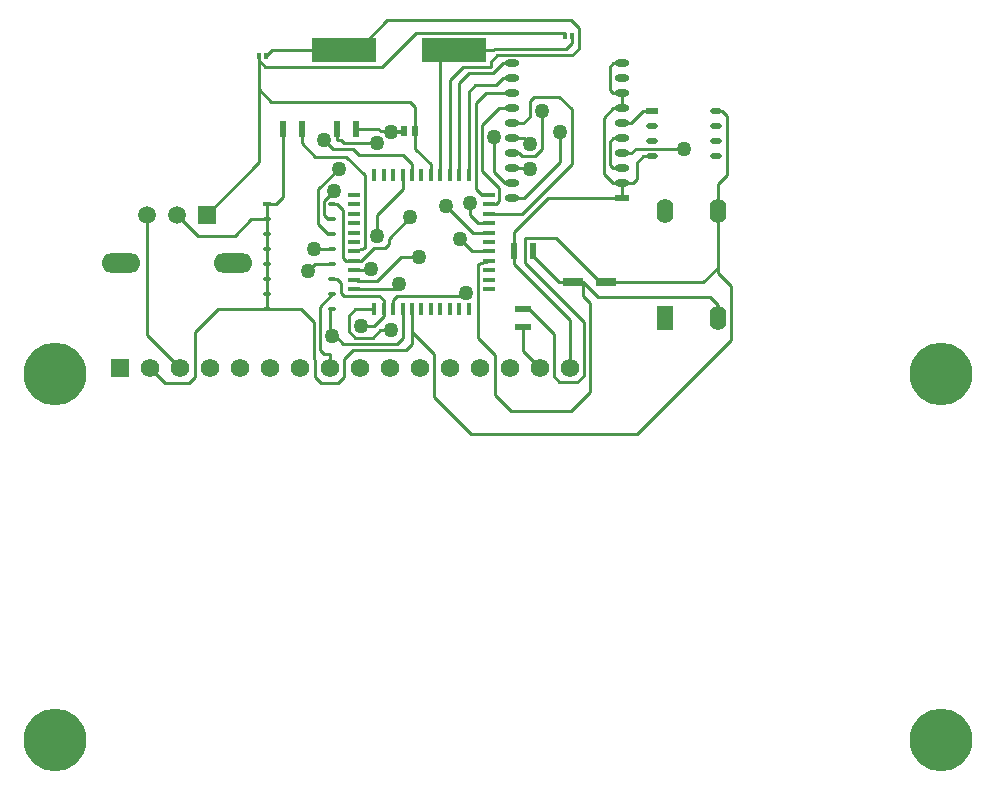
<source format=gtl>
G04*
G04 #@! TF.GenerationSoftware,Altium Limited,Altium Designer,20.2.7 (254)*
G04*
G04 Layer_Physical_Order=1*
G04 Layer_Color=255*
%FSLAX44Y44*%
%MOMM*%
G71*
G04*
G04 #@! TF.SameCoordinates,1E3B47B3-C475-4593-AA8A-A76477CD3576*
G04*
G04*
G04 #@! TF.FilePolarity,Positive*
G04*
G01*
G75*
%ADD13C,0.2540*%
%ADD14O,1.4000X2.1000*%
%ADD15R,1.4000X2.1000*%
%ADD16O,1.2700X0.6000*%
%ADD17R,1.2700X0.6000*%
%ADD18R,0.3500X0.5500*%
%ADD19R,1.0000X0.5000*%
%ADD20O,1.0000X0.5000*%
%ADD21R,0.5500X1.3500*%
%ADD22R,0.6000X0.9500*%
%ADD23O,0.6800X0.4000*%
%ADD24R,0.6800X0.4000*%
%ADD25R,1.8000X0.7000*%
%ADD26R,1.3500X0.5500*%
%ADD27R,1.0000X0.4000*%
%ADD28R,0.4000X1.0000*%
%ADD29R,5.5000X2.1000*%
%ADD53C,5.3000*%
%ADD54C,1.5750*%
%ADD55R,1.5750X1.5750*%
%ADD56C,1.5080*%
%ADD57R,1.5080X1.5080*%
%ADD58O,3.3000X1.6500*%
%ADD59C,1.2700*%
D13*
X1465220Y895858D02*
Y900070D01*
X1206120Y845692D02*
Y864870D01*
Y835534D02*
Y845692D01*
X1209548Y1099058D02*
X1335330D01*
X1076250Y1051508D02*
Y1075892D01*
Y1079500D01*
Y989199D02*
Y1051508D01*
X1350772Y876300D02*
Y887730D01*
X1230120Y978870D02*
Y1084580D01*
X1179068Y1016000D02*
X1198960D01*
X1188720Y1015238D02*
X1198960D01*
X1136396Y847598D02*
Y864870D01*
Y847598D02*
X1148080Y835914D01*
X1158240Y865378D02*
X1174120D01*
X1290810Y958850D02*
X1300988D01*
X1331468Y989330D01*
Y1014984D01*
X1365250Y887730D02*
X1370360D01*
X1327912Y925068D02*
X1365250Y887730D01*
X1301496Y925068D02*
X1327912D01*
X1301496Y904240D02*
Y925068D01*
Y904240D02*
X1351535Y854201D01*
Y808737D02*
Y854201D01*
X1346200Y803402D02*
X1351535Y808737D01*
X1330960Y803402D02*
X1346200D01*
X1326135Y808227D02*
X1330960Y803402D01*
X1326135Y808227D02*
Y843816D01*
X1304951Y865000D02*
X1326135Y843816D01*
X1300480Y865000D02*
X1304951D01*
X1070025Y941070D02*
X1083750D01*
X1055920Y926964D02*
X1070025Y941070D01*
X1025206Y926964D02*
X1055920D01*
X1007110Y945060D02*
X1025206Y926964D01*
X1041908Y864870D02*
X1083750D01*
X1022350Y845312D02*
X1041908Y864870D01*
X1022350Y807720D02*
Y845312D01*
X1017270Y802640D02*
X1022350Y807720D01*
X996950Y802640D02*
X1017270D01*
X984250Y815340D02*
X996950Y802640D01*
X1292730Y903354D02*
Y914400D01*
Y903354D02*
X1339850Y856234D01*
Y815340D02*
Y856234D01*
X1076250Y1051508D02*
X1087120Y1040638D01*
X1204642D01*
X1208960Y1036320D01*
Y1016000D02*
Y1036320D01*
X1342360Y887730D02*
X1350772D01*
Y876300D02*
X1356615Y870457D01*
Y794513D02*
Y870457D01*
X1341120Y779018D02*
X1356615Y794513D01*
X1289812Y779018D02*
X1341120D01*
X1276350Y792480D02*
X1289812Y779018D01*
X1276350Y792480D02*
Y826008D01*
X1262126Y840232D02*
X1276350Y826008D01*
X1262126Y840232D02*
Y903076D01*
X1271120Y905870D01*
X1087830Y1084580D02*
X1148820D01*
X1082750Y1079500D02*
X1087830Y1084580D01*
X982110Y842880D02*
X1009650Y815340D01*
X982110Y842880D02*
Y945060D01*
X1131316Y1008126D02*
X1139190Y1000252D01*
X1156462D01*
X1161288Y995426D01*
X1198880D01*
X1206120Y988186D01*
Y978870D02*
Y988186D01*
X1198120Y966470D02*
Y978870D01*
X1176274Y944624D02*
X1198120Y966470D01*
X1176274Y927354D02*
Y944624D01*
X1136396Y847598D02*
X1138174Y842264D01*
X1190120Y864870D02*
Y872366D01*
X1193800Y876046D01*
X1249172D01*
X1251966Y878840D01*
X1182120Y859620D02*
Y864870D01*
X1173654Y851154D02*
X1182120Y859620D01*
X1162558Y851154D02*
X1173654D01*
X1190752Y881870D02*
X1195088Y886206D01*
X1157120Y881870D02*
X1190752D01*
X1123188Y915670D02*
X1138750D01*
X1197102Y909311D02*
X1212351D01*
X1176283Y888492D02*
X1197102Y909311D01*
X1162412Y888492D02*
X1176283D01*
X1157120Y889870D02*
X1162412Y888492D01*
X1126460Y966440D02*
X1144016Y983996D01*
X1126460Y937037D02*
Y966440D01*
Y937037D02*
X1135126Y928370D01*
X1138750D01*
X1131540Y956534D02*
X1139698Y964692D01*
X1131540Y944880D02*
Y956534D01*
Y944880D02*
X1135350Y941070D01*
X1138750D01*
X1170412Y897870D02*
X1171194Y898652D01*
X1157120Y897870D02*
X1170412D01*
X1186434Y924719D02*
X1204817Y943102D01*
X1186434Y919877D02*
Y924719D01*
X1183640Y917083D02*
X1186434Y919877D01*
X1173717Y917083D02*
X1183640D01*
X1162505Y905870D02*
X1173717Y917083D01*
X1157120Y905870D02*
X1162505D01*
X1112650Y1005840D02*
Y1017270D01*
Y1005840D02*
X1124334Y994156D01*
X1150620D01*
X1166114Y978662D01*
Y916664D02*
Y978662D01*
X1157120Y913870D02*
X1166114Y916664D01*
X1256603Y913870D02*
X1271120D01*
X1246400Y924074D02*
X1256603Y913870D01*
X1305052Y984250D02*
X1305814Y983488D01*
X1290810Y984250D02*
X1305052D01*
X1268476Y1047750D02*
X1290810D01*
X1260348Y1039622D02*
X1268476Y1047750D01*
X1260348Y966696D02*
Y1039622D01*
Y966696D02*
X1265174Y961870D01*
X1271120D01*
X1076250Y1075892D02*
X1082040Y1070102D01*
X1180592D01*
X1209548Y1099058D01*
X1335330Y1096010D02*
Y1099058D01*
X1383810Y971550D02*
X1392936D01*
X1396746Y975360D01*
Y989076D01*
X1402080Y994410D01*
X1409700D01*
X1283131Y1060450D02*
X1290810D01*
X1277411Y1054730D02*
X1283131Y1060450D01*
X1259840Y1054730D02*
X1277411D01*
X1254120Y1049010D02*
X1259840Y1054730D01*
X1254120Y978870D02*
Y1049010D01*
X1257578Y929870D02*
X1271120D01*
X1235202Y952246D02*
X1257578Y929870D01*
X1315974Y1000252D02*
Y1033018D01*
X1310640Y994918D02*
X1315974Y1000252D01*
X1298956Y994918D02*
X1310640D01*
X1296924Y996950D02*
X1298956Y994918D01*
X1290810Y996950D02*
X1296924D01*
X1238120Y978870D02*
Y1058710D01*
X1249680Y1070270D01*
X1272794D01*
Y1074626D01*
X1278128Y1079960D01*
X1341834D01*
X1347470Y1085596D01*
Y1103376D01*
X1341120Y1109726D02*
X1347470Y1103376D01*
X1185164Y1109726D02*
X1341120D01*
X1160018Y1084580D02*
X1185164Y1109726D01*
X1148820Y1084580D02*
X1160018D01*
X1241320D02*
X1275110D01*
X1275570Y1085040D01*
X1336500D01*
X1341830Y1090370D01*
Y1096010D01*
X1118108Y897128D02*
X1123950Y902970D01*
X1138750D01*
X1179068Y847344D02*
X1188720D01*
X1172718Y840994D02*
X1179068Y847344D01*
X1158240Y840994D02*
X1172718D01*
X1152398Y846836D02*
X1158240Y840994D01*
X1152398Y846836D02*
Y859536D01*
X1158240Y865378D01*
X1174120Y864870D02*
Y865378D01*
X1142870Y1008256D02*
Y1017270D01*
Y1008256D02*
X1146107D01*
X1148777Y1005586D01*
X1176274D01*
X1275588Y980973D02*
Y1010666D01*
Y980973D02*
X1285011Y971550D01*
X1290810D01*
X1271120Y945870D02*
X1299438D01*
X1341628Y988060D01*
Y1034288D01*
X1330960Y1044956D02*
X1341628Y1034288D01*
X1309370Y1044956D02*
X1330960D01*
X1305814Y1041400D02*
X1309370Y1044956D01*
X1305814Y1027684D02*
Y1041400D01*
X1300480Y1022350D02*
X1305814Y1027684D01*
X1290810Y1022350D02*
X1300480D01*
X1383810Y996950D02*
X1391666D01*
X1395476Y1000760D01*
X1436624D01*
X1198960Y1015238D02*
Y1016000D01*
X1230120Y1084580D02*
X1241320D01*
X1283040Y1073150D02*
X1290810D01*
X1275080Y1065190D02*
X1283040Y1073150D01*
X1254674Y1065190D02*
X1275080D01*
X1246120Y1056636D02*
X1254674Y1065190D01*
X1246120Y978870D02*
Y1056636D01*
X1032110Y945060D02*
X1076250Y989199D01*
X1208960Y1000966D02*
Y1016000D01*
Y1000966D02*
X1222120Y987806D01*
Y978870D02*
Y987806D01*
X1330836Y887730D02*
X1342360D01*
X1308230Y910336D02*
X1330836Y887730D01*
X1308230Y910336D02*
Y914400D01*
X1300480Y829310D02*
Y849500D01*
Y829310D02*
X1314450Y815340D01*
X1279652Y1035050D02*
X1290810D01*
X1265428Y1020826D02*
X1279652Y1035050D01*
X1265428Y982413D02*
Y1020826D01*
Y982413D02*
X1280160Y967681D01*
Y956410D02*
Y967681D01*
X1277620Y953870D02*
X1280160Y956410D01*
X1271120Y953870D02*
X1277620D01*
X1136650Y815340D02*
Y827024D01*
X1131570D02*
X1136650D01*
X1128014Y830580D02*
X1131570Y827024D01*
X1128014Y830580D02*
Y866834D01*
X1138750Y877570D01*
X1136396Y864870D02*
X1138750D01*
X1148080Y835914D02*
X1193800D01*
X1198880Y840994D01*
Y857760D01*
X1198120Y858520D02*
X1198880Y857760D01*
X1198120Y858520D02*
Y864870D01*
X1083750D02*
X1112520D01*
X1122934Y854456D01*
Y822960D02*
Y854456D01*
Y822960D02*
X1123950Y821944D01*
Y807720D02*
Y821944D01*
Y807720D02*
X1129030Y802640D01*
X1143508D01*
X1148588Y807720D01*
Y822960D01*
X1156462Y830834D01*
X1201420D01*
X1206120Y835534D01*
Y845692D02*
X1224788Y827024D01*
Y790448D02*
Y827024D01*
Y790448D02*
X1256030Y759206D01*
X1396492D01*
X1476248Y838962D01*
Y884830D01*
X1465220Y895858D02*
X1476248Y884830D01*
X1321345Y958850D02*
X1383810D01*
X1292730Y930235D02*
X1321345Y958850D01*
X1292730Y914400D02*
Y930235D01*
X1138750Y890270D02*
X1143000D01*
X1146048Y887222D01*
Y878840D02*
Y887222D01*
Y878840D02*
X1148842Y876046D01*
X1178560D01*
X1182120Y872486D01*
Y864870D02*
Y872486D01*
X1465220Y857470D02*
Y868680D01*
X1458616Y875284D02*
X1465220Y868680D01*
X1363218Y875284D02*
X1458616D01*
X1350772Y887730D02*
X1363218Y875284D01*
X1262278Y937870D02*
X1271120D01*
X1255268Y944880D02*
X1262278Y937870D01*
X1255268Y944880D02*
Y954532D01*
X1301242Y1009650D02*
X1305814Y1005078D01*
X1290810Y1009650D02*
X1301242D01*
X1150620Y905870D02*
X1157120D01*
X1148080Y908410D02*
X1150620Y905870D01*
X1148080Y908410D02*
Y948690D01*
X1143000Y953770D02*
X1148080Y948690D01*
X1138750Y953770D02*
X1143000D01*
X1465220Y900070D02*
Y948470D01*
X1452880Y887730D02*
X1465220Y900070D01*
X1370360Y887730D02*
X1452880D01*
X1097150Y960120D02*
Y1017270D01*
X1090800Y953770D02*
X1097150Y960120D01*
X1083750Y953770D02*
X1090800D01*
X1463700Y1032510D02*
X1468882D01*
X1472692Y1028700D01*
Y978768D02*
Y1028700D01*
X1465220Y971296D02*
X1472692Y978768D01*
X1465220Y948470D02*
Y971296D01*
X1376680Y971550D02*
X1383810D01*
X1368552Y979678D02*
X1376680Y971550D01*
X1368552Y979678D02*
Y1026922D01*
X1376680Y1035050D01*
X1383810D01*
X1376680Y1073150D02*
X1383810D01*
X1373632Y1070102D02*
X1376680Y1073150D01*
X1373632Y1050798D02*
Y1070102D01*
Y1050798D02*
X1376680Y1047750D01*
X1383810D01*
X1376680Y984250D02*
X1383810D01*
X1373632Y987298D02*
X1376680Y984250D01*
X1373632Y987298D02*
Y1006602D01*
X1376680Y1009650D01*
X1383810D01*
X1083750Y941070D02*
Y953770D01*
Y928370D02*
Y941070D01*
Y915670D02*
Y928370D01*
Y902970D02*
Y915670D01*
Y890270D02*
Y902970D01*
Y877570D02*
Y890270D01*
Y864870D02*
Y877570D01*
X1383810Y958850D02*
Y971550D01*
Y1035050D02*
Y1047750D01*
X1177798Y1017270D02*
X1179068Y1016000D01*
X1158370Y1017270D02*
X1177798D01*
X1401826Y1032510D02*
X1409700D01*
X1391666Y1022350D02*
X1401826Y1032510D01*
X1383810Y1022350D02*
X1391666D01*
D14*
X1465220Y948470D02*
D03*
X1420220D02*
D03*
X1465220Y857470D02*
D03*
D15*
X1420220D02*
D03*
D16*
X1290810Y1073150D02*
D03*
Y1060450D02*
D03*
Y1047750D02*
D03*
Y1035050D02*
D03*
Y1022350D02*
D03*
Y1009650D02*
D03*
Y996950D02*
D03*
Y984250D02*
D03*
Y971550D02*
D03*
Y958850D02*
D03*
X1383810Y1073150D02*
D03*
Y1060450D02*
D03*
Y1047750D02*
D03*
Y1035050D02*
D03*
Y1022350D02*
D03*
Y1009650D02*
D03*
Y996950D02*
D03*
Y984250D02*
D03*
Y971550D02*
D03*
D17*
Y958850D02*
D03*
D18*
X1335330Y1096010D02*
D03*
X1341830D02*
D03*
X1076250Y1079500D02*
D03*
X1082750D02*
D03*
D19*
X1409700Y1032510D02*
D03*
D20*
Y1019810D02*
D03*
Y1007110D02*
D03*
Y994410D02*
D03*
X1463700Y1032510D02*
D03*
Y1019810D02*
D03*
Y1007110D02*
D03*
Y994410D02*
D03*
D21*
X1158370Y1017270D02*
D03*
X1142870D02*
D03*
X1308230Y914400D02*
D03*
X1292730D02*
D03*
X1112650Y1017270D02*
D03*
X1097150D02*
D03*
D22*
X1208960Y1016000D02*
D03*
X1198960D02*
D03*
D23*
X1138750Y864870D02*
D03*
Y877570D02*
D03*
Y890270D02*
D03*
Y902970D02*
D03*
Y915670D02*
D03*
Y928370D02*
D03*
Y941070D02*
D03*
Y953770D02*
D03*
X1083750Y864870D02*
D03*
Y877570D02*
D03*
Y890270D02*
D03*
Y902970D02*
D03*
Y915670D02*
D03*
Y928370D02*
D03*
Y941070D02*
D03*
D24*
Y953770D02*
D03*
D25*
X1370360Y887730D02*
D03*
X1342360D02*
D03*
D26*
X1300480Y865000D02*
D03*
Y849500D02*
D03*
D27*
X1271120Y881870D02*
D03*
Y889870D02*
D03*
Y897870D02*
D03*
Y905870D02*
D03*
Y913870D02*
D03*
Y921870D02*
D03*
Y929870D02*
D03*
Y937870D02*
D03*
Y945870D02*
D03*
Y953870D02*
D03*
Y961870D02*
D03*
X1157120D02*
D03*
Y953870D02*
D03*
Y945870D02*
D03*
Y937870D02*
D03*
Y929870D02*
D03*
Y921870D02*
D03*
Y913870D02*
D03*
Y905870D02*
D03*
Y897870D02*
D03*
Y889870D02*
D03*
Y881870D02*
D03*
D28*
X1254120Y978870D02*
D03*
X1246120D02*
D03*
X1238120D02*
D03*
X1230120D02*
D03*
X1222120D02*
D03*
X1214120D02*
D03*
X1206120D02*
D03*
X1198120D02*
D03*
X1190120D02*
D03*
X1182120D02*
D03*
X1174120D02*
D03*
Y864870D02*
D03*
X1182120D02*
D03*
X1190120D02*
D03*
X1198120D02*
D03*
X1206120D02*
D03*
X1214120D02*
D03*
X1222120D02*
D03*
X1230120D02*
D03*
X1238120D02*
D03*
X1246120D02*
D03*
X1254120D02*
D03*
D29*
X1148820Y1084580D02*
D03*
X1241320D02*
D03*
D53*
X1653850Y500340D02*
D03*
X903850D02*
D03*
X1653850Y810340D02*
D03*
X903850D02*
D03*
D54*
X1339850Y815340D02*
D03*
X1314450D02*
D03*
X1289050D02*
D03*
X1263650D02*
D03*
X1238250D02*
D03*
X1212850D02*
D03*
X1187450D02*
D03*
X1162050D02*
D03*
X1136650D02*
D03*
X1111250D02*
D03*
X1085850D02*
D03*
X1060450D02*
D03*
X1035050D02*
D03*
X1009650D02*
D03*
X984250D02*
D03*
D55*
X958850D02*
D03*
D56*
X982110Y945060D02*
D03*
X1007110D02*
D03*
D57*
X1032110D02*
D03*
D58*
X1054610Y904060D02*
D03*
X959610D02*
D03*
D59*
X1331468Y1014984D02*
D03*
X1131316Y1008126D02*
D03*
X1176274Y927354D02*
D03*
X1138174Y842264D02*
D03*
X1251966Y878840D02*
D03*
X1162558Y851154D02*
D03*
X1195088Y886206D02*
D03*
X1123188Y915670D02*
D03*
X1212351Y909311D02*
D03*
X1144016Y983996D02*
D03*
X1139698Y964692D02*
D03*
X1171194Y898652D02*
D03*
X1204817Y943102D02*
D03*
X1246400Y924074D02*
D03*
X1305814Y983488D02*
D03*
X1235202Y952246D02*
D03*
X1315974Y1033018D02*
D03*
X1118108Y897128D02*
D03*
X1188720Y847344D02*
D03*
X1176274Y1005586D02*
D03*
X1275588Y1010666D02*
D03*
X1436624Y1000760D02*
D03*
X1188720Y1015238D02*
D03*
X1255268Y954532D02*
D03*
X1305814Y1005078D02*
D03*
M02*

</source>
